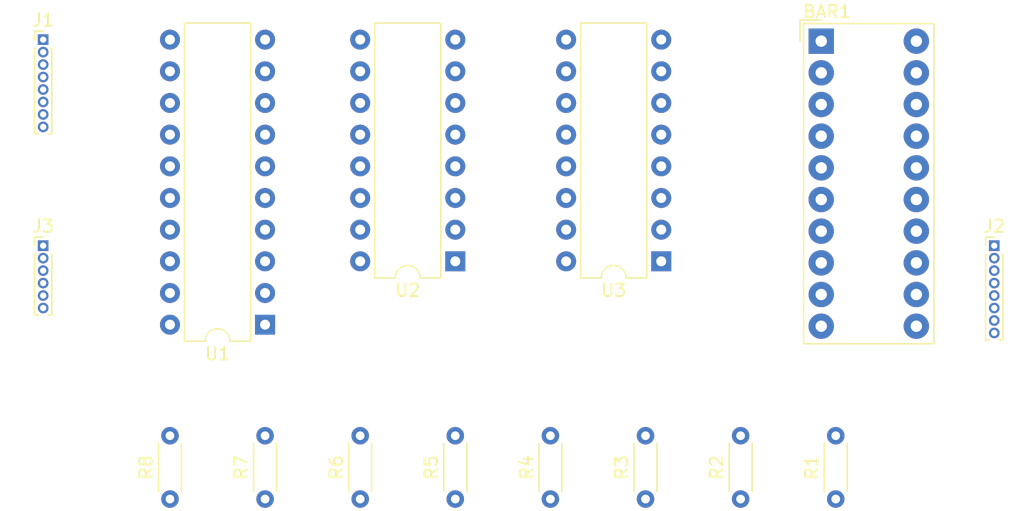
<source format=kicad_pcb>
(kicad_pcb (version 20211014) (generator pcbnew)
  (layers (0 "F.Cu" signal) (31 "B.Cu" signal) (34 "B.Paste" user) (35 "F.Paste" user) (36 "B.SilkS" user "B.Silkscreen") (37 "F.SilkS" user "F.Silkscreen") (38 "B.Mask" user) (39 "F.Mask" user) (44 "Edge.Cuts" user))
  (net 0 "")
  (net 1 "Net-(J1-Pad1)")
  (net 2 "Net-(J1-Pad2)")
  (net 3 "Net-(J1-Pad3)")
  (net 4 "Net-(J1-Pad4)")
  (net 5 "Net-(J1-Pad5)")
  (net 6 "Net-(J1-Pad6)")
  (net 7 "Net-(J1-Pad7)")
  (net 8 "Net-(J1-Pad8)")
  (net 9 "VCC")
  (net 10 "Net-(J3-Pad2)")
  (net 11 "Net-(J3-Pad3)")
  (net 12 "Net-(J3-Pad4)")
  (net 13 "Net-(J3-Pad5)")
  (net 14 "Earth")
  (net 15 "Net-(BAR1-Pad1)")
  (net 16 "Net-(BAR1-Pad2)")
  (net 17 "Net-(BAR1-Pad3)")
  (net 22 "Net-(BAR1-Pad13)")
  (net 23 "Net-(BAR1-Pad14)")
  (net 24 "Net-(BAR1-Pad15)")
  (net 25 "Net-(BAR1-Pad16)")
  (net 26 "Net-(BAR1-Pad17)")
  (net 27 "Net-(BAR1-Pad18)")
  (net 28 "Net-(BAR1-Pad19)")
  (net 29 "Net-(BAR1-Pad20)")
  (footprint "Package_DIP:DIP-16_W7.62mm" (layer "F.Cu") (at 162.54 87.625 180)
    (fp_text reference "U3" (at 3.81 -2.33 180) (layer "F.SilkS"))
    (fp_text value "74LS173")
    (fp_line (start 1.16 -1.33) (end 1.16 19.11) (layer "F.SilkS") (width 0.12))
    (fp_line (start 6.46 -1.33) (end 4.81 -1.33) (layer "F.SilkS") (width 0.12))
    (fp_line (start 6.46 19.11) (end 6.46 -1.33) (layer "F.SilkS") (width 0.12))
    (fp_line (start 1.16 19.11) (end 6.46 19.11) (layer "F.SilkS") (width 0.12))
    (fp_line (start 2.81 -1.33) (end 1.16 -1.33) (layer "F.SilkS") (width 0.12))
    (fp_arc (start 4.81 -1.33) (mid 3.81 -0.33) (end 2.81 -1.33) (layer "F.SilkS") (width 0.12))
    (pad "1" thru_hole rect (at 0 0 180) (size 1.6 1.6) (drill 0.8) (layers *.Cu *.Mask) (net 14 "Earth"))
    (pad "2" thru_hole oval (at 0 2.54 180) (size 1.6 1.6) (drill 0.8) (layers *.Cu *.Mask) (net 14 "Earth"))
    (pad "3" thru_hole oval (at 0 5.08 180) (size 1.6 1.6) (drill 0.8) (layers *.Cu *.Mask) (net 15 "Net-(BAR1-Pad1)"))
    (pad "4" thru_hole oval (at 0 7.62 180) (size 1.6 1.6) (drill 0.8) (layers *.Cu *.Mask) (net 17 "Net-(BAR1-Pad3)"))
    (pad "5" thru_hole oval (at 0 10.16 180) (size 1.6 1.6) (drill 0.8) (layers *.Cu *.Mask) (net 16 "Net-(BAR1-Pad2)"))
    (pad "6" thru_hole oval (at 0 12.7 180) (size 1.6 1.6) (drill 0.8) (layers *.Cu *.Mask) (net 15 "Net-(BAR1-Pad1)"))
    (pad "7" thru_hole oval (at 0 15.24 180) (size 1.6 1.6) (drill 0.8) (layers *.Cu *.Mask) (net 10 "Net-(J3-Pad2)"))
    (pad "8" thru_hole oval (at 0 17.78 180) (size 1.6 1.6) (drill 0.8) (layers *.Cu *.Mask) (net 14 "Earth"))
    (pad "9" thru_hole oval (at 7.62 17.78 180) (size 1.6 1.6) (drill 0.8) (layers *.Cu *.Mask) (net 11 "Net-(J3-Pad3)"))
    (pad "10" thru_hole oval (at 7.62 15.24 180) (size 1.6 1.6) (drill 0.8) (layers *.Cu *.Mask) (net 11 "Net-(J3-Pad3)"))
    (pad "11" thru_hole oval (at 7.62 12.7 180) (size 1.6 1.6) (drill 0.8) (layers *.Cu *.Mask) (net 1 "Net-(J1-Pad1)"))
    (pad "12" thru_hole oval (at 7.62 10.16 180) (size 1.6 1.6) (drill 0.8) (layers *.Cu *.Mask) (net 2 "Net-(J1-Pad2)"))
    (pad "13" thru_hole oval (at 7.62 7.62 180) (size 1.6 1.6) (drill 0.8) (layers *.Cu *.Mask) (net 3 "Net-(J1-Pad3)"))
    (pad "14" thru_hole oval (at 7.62 5.08 180) (size 1.6 1.6) (drill 0.8) (layers *.Cu *.Mask) (net 4 "Net-(J1-Pad4)"))
    (pad "15" thru_hole oval (at 7.62 2.54 180) (size 1.6 1.6) (drill 0.8) (layers *.Cu *.Mask) (net 12 "Net-(J3-Pad4)"))
    (pad "16" thru_hole oval (at 7.62 0 180) (size 1.6 1.6) (drill 0.8) (layers *.Cu *.Mask) (net 9 "VCC"))
  )
  (footprint "Connector_PinHeader_1.00mm:PinHeader_1x06_P1.00mm_Vertical" (layer "F.Cu") (at 113.02 86.37)
    (fp_text reference "J3" (at 0 -1.56) (layer "F.SilkS"))
    (fp_text value "Con")
    (fp_line (start -0.695 5.56) (end -0.394493 5.56) (layer "F.SilkS") (width 0.12))
    (fp_line (start 0.394493 5.56) (end 0.695 5.56) (layer "F.SilkS") (width 0.12))
    (fp_line (start -0.695 0.685) (end -0.695 5.56) (layer "F.SilkS") (width 0.12))
    (fp_line (start 0.695 0.685) (end 0.695 5.56) (layer "F.SilkS") (width 0.12))
    (fp_line (start -0.695 0) (end -0.695 -0.685) (layer "F.SilkS") (width 0.12))
    (fp_line (start -0.695 0.685) (end -0.608276 0.685) (layer "F.SilkS") (width 0.12))
    (fp_line (start -0.695 -0.685) (end 0 -0.685) (layer "F.SilkS") (width 0.12))
    (fp_line (start 0.608276 0.685) (end 0.695 0.685) (layer "F.SilkS") (width 0.12))
    (pad "1" thru_hole rect (at 0 0) (size 0.85 0.85) (drill 0.5) (layers *.Cu *.Mask) (net 9 "VCC"))
    (pad "2" thru_hole oval (at 0 1) (size 0.85 0.85) (drill 0.5) (layers *.Cu *.Mask) (net 10 "Net-(J3-Pad2)"))
    (pad "3" thru_hole oval (at 0 2) (size 0.85 0.85) (drill 0.5) (layers *.Cu *.Mask) (net 11 "Net-(J3-Pad3)"))
    (pad "4" thru_hole oval (at 0 3) (size 0.85 0.85) (drill 0.5) (layers *.Cu *.Mask) (net 12 "Net-(J3-Pad4)"))
    (pad "5" thru_hole oval (at 0 4) (size 0.85 0.85) (drill 0.5) (layers *.Cu *.Mask) (net 13 "Net-(J3-Pad5)"))
    (pad "6" thru_hole oval (at 0 5) (size 0.85 0.85) (drill 0.5) (layers *.Cu *.Mask) (net 14 "Earth"))
  )
  (footprint "Resistor_THT:R_Axial_DIN0204_L3.6mm_D1.6mm_P5.08mm_Horizontal" (layer "F.Cu") (at 123.18 106.69 90)
    (fp_text reference "R8" (at 2.54 -1.92 90) (layer "F.SilkS"))
    (fp_text value "220")
    (fp_line (start 0.62 -0.92) (end 4.46 -0.92) (layer "F.SilkS") (width 0.12))
    (fp_line (start 0.62 0.92) (end 4.46 0.92) (layer "F.SilkS") (width 0.12))
    (pad "1" thru_hole circle (at 0 0 90) (size 1.4 1.4) (drill 0.7) (layers *.Cu *.Mask) (net 14 "Earth"))
    (pad "2" thru_hole oval (at 5.08 0 90) (size 1.4 1.4) (drill 0.7) (layers *.Cu *.Mask) (net 29 "Net-(BAR1-Pad20)"))
  )
  (footprint "Resistor_THT:R_Axial_DIN0204_L3.6mm_D1.6mm_P5.08mm_Horizontal" (layer "F.Cu") (at 130.8 106.69 90)
    (fp_text reference "R7" (at 2.54 -1.92 90) (layer "F.SilkS"))
    (fp_text value "220")
    (fp_line (start 0.62 -0.92) (end 4.46 -0.92) (layer "F.SilkS") (width 0.12))
    (fp_line (start 0.62 0.92) (end 4.46 0.92) (layer "F.SilkS") (width 0.12))
    (pad "1" thru_hole circle (at 0 0 90) (size 1.4 1.4) (drill 0.7) (layers *.Cu *.Mask) (net 14 "Earth"))
    (pad "2" thru_hole oval (at 5.08 0 90) (size 1.4 1.4) (drill 0.7) (layers *.Cu *.Mask) (net 28 "Net-(BAR1-Pad19)"))
  )
  (footprint "Connector_PinHeader_1.00mm:PinHeader_1x08_P1.00mm_Vertical" (layer "F.Cu") (at 113.02 69.845)
    (fp_text reference "J1" (at 0 -1.56) (layer "F.SilkS"))
    (fp_text value "BUS_REG")
    (fp_line (start 0.608276 0.685) (end 0.695 0.685) (layer "F.SilkS") (width 0.12))
    (fp_line (start -0.695 0.685) (end -0.695 7.56) (layer "F.SilkS") (width 0.12))
    (fp_line (start 0.695 0.685) (end 0.695 7.56) (layer "F.SilkS") (width 0.12))
    (fp_line (start -0.695 0.685) (end -0.608276 0.685) (layer "F.SilkS") (width 0.12))
    (fp_line (start 0.394493 7.56) (end 0.695 7.56) (layer "F.SilkS") (width 0.12))
    (fp_line (start -0.695 0) (end -0.695 -0.685) (layer "F.SilkS") (width 0.12))
    (fp_line (start -0.695 -0.685) (end 0 -0.685) (layer "F.SilkS") (width 0.12))
    (fp_line (start -0.695 7.56) (end -0.394493 7.56) (layer "F.SilkS") (width 0.12))
    (pad "1" thru_hole rect (at 0 0) (size 0.85 0.85) (drill 0.5) (layers *.Cu *.Mask) (net 1 "Net-(J1-Pad1)"))
    (pad "2" thru_hole oval (at 0 1) (size 0.85 0.85) (drill 0.5) (layers *.Cu *.Mask) (net 2 "Net-(J1-Pad2)"))
    (pad "3" thru_hole oval (at 0 2) (size 0.85 0.85) (drill 0.5) (layers *.Cu *.Mask) (net 3 "Net-(J1-Pad3)"))
    (pad "4" thru_hole oval (at 0 3) (size 0.85 0.85) (drill 0.5) (layers *.Cu *.Mask) (net 4 "Net-(J1-Pad4)"))
    (pad "5" thru_hole oval (at 0 4) (size 0.85 0.85) (drill 0.5) (layers *.Cu *.Mask) (net 5 "Net-(J1-Pad5)"))
    (pad "6" thru_hole oval (at 0 5) (size 0.85 0.85) (drill 0.5) (layers *.Cu *.Mask) (net 6 "Net-(J1-Pad6)"))
    (pad "7" thru_hole oval (at 0 6) (size 0.85 0.85) (drill 0.5) (layers *.Cu *.Mask) (net 7 "Net-(J1-Pad7)"))
    (pad "8" thru_hole oval (at 0 7) (size 0.85 0.85) (drill 0.5) (layers *.Cu *.Mask) (net 8 "Net-(J1-Pad8)"))
  )
  (footprint "Package_DIP:DIP-16_W7.62mm" (layer "F.Cu") (at 146.04 87.625 180)
    (fp_text reference "U2" (at 3.81 -2.33 180) (layer "F.SilkS"))
    (fp_text value "74LS173")
    (fp_line (start 6.46 -1.33) (end 4.81 -1.33) (layer "F.SilkS") (width 0.12))
    (fp_line (start 6.46 19.11) (end 6.46 -1.33) (layer "F.SilkS") (width 0.12))
    (fp_line (start 1.16 19.11) (end 6.46 19.11) (layer "F.SilkS") (width 0.12))
    (fp_line (start 1.16 -1.33) (end 1.16 19.11) (layer "F.SilkS") (width 0.12))
    (fp_line (start 2.81 -1.33) (end 1.16 -1.33) (layer "F.SilkS") (width 0.12))
    (fp_arc (start 4.81 -1.33) (mid 3.81 -0.33) (end 2.81 -1.33) (layer "F.SilkS") (width 0.12))
    (pad "1" thru_hole rect (at 0 0 180) (size 1.6 1.6) (drill 0.8) (layers *.Cu *.Mask) (net 14 "Earth"))
    (pad "2" thru_hole oval (at 0 2.54 180) (size 1.6 1.6) (drill 0.8) (layers *.Cu *.Mask) (net 14 "Earth"))
    (pad "3" thru_hole oval (at 0 5.08 180) (size 1.6 1.6) (drill 0.8) (layers *.Cu *.Mask) (net 17 "Net-(BAR1-Pad3)"))
    (pad "4" thru_hole oval (at 0 7.62 180) (size 1.6 1.6) (drill 0.8) (layers *.Cu *.Mask) (net 16 "Net-(BAR1-Pad2)"))
    (pad "5" thru_hole oval (at 0 10.16 180) (size 1.6 1.6) (drill 0.8) (layers *.Cu *.Mask) (net 15 "Net-(BAR1-Pad1)"))
    (pad "6" thru_hole oval (at 0 12.7 180) (size 1.6 1.6) (drill 0.8) (layers *.Cu *.Mask) (net 17 "Net-(BAR1-Pad3)"))
    (pad "7" thru_hole oval (at 0 15.24 180) (size 1.6 1.6) (drill 0.8) (layers *.Cu *.Mask) (net 10 "Net-(J3-Pad2)"))
    (pad "8" thru_hole oval (at 0 17.78 180) (size 1.6 1.6) (drill 0.8) (layers *.Cu *.Mask) (net 14 "Earth"))
    (pad "9" thru_hole oval (at 7.62 17.78 180) (size 1.6 1.6) (drill 0.8) (layers *.Cu *.Mask) (net 11 "Net-(J3-Pad3)"))
    (pad "10" thru_hole oval (at 7.62 15.24 180) (size 1.6 1.6) (drill 0.8) (layers *.Cu *.Mask) (net 11 "Net-(J3-Pad3)"))
    (pad "11" thru_hole oval (at 7.62 12.7 180) (size 1.6 1.6) (drill 0.8) (layers *.Cu *.Mask) (net 5 "Net-(J1-Pad5)"))
    (pad "12" thru_hole oval (at 7.62 10.16 180) (size 1.6 1.6) (drill 0.8) (layers *.Cu *.Mask) (net 6 "Net-(J1-Pad6)"))
    (pad "13" thru_hole oval (at 7.62 7.62 180) (size 1.6 1.6) (drill 0.8) (layers *.Cu *.Mask) (net 7 "Net-(J1-Pad7)"))
    (pad "14" thru_hole oval (at 7.62 5.08 180) (size 1.6 1.6) (drill 0.8) (layers *.Cu *.Mask) (net 8 "Net-(J1-Pad8)"))
    (pad "15" thru_hole oval (at 7.62 2.54 180) (size 1.6 1.6) (drill 0.8) (layers *.Cu *.Mask) (net 12 "Net-(J3-Pad4)"))
    (pad "16" thru_hole oval (at 7.62 0 180) (size 1.6 1.6) (drill 0.8) (layers *.Cu *.Mask) (net 9 "VCC"))
  )
  (footprint "Resistor_THT:R_Axial_DIN0204_L3.6mm_D1.6mm_P5.08mm_Horizontal" (layer "F.Cu") (at 153.66 106.69 90)
    (fp_text reference "R4" (at 2.54 -1.92 90) (layer "F.SilkS"))
    (fp_text value "220")
    (fp_line (start 0.62 -0.92) (end 4.46 -0.92) (layer "F.SilkS") (width 0.12))
    (fp_line (start 0.62 0.92) (end 4.46 0.92) (layer "F.SilkS") (width 0.12))
    (pad "1" thru_hole circle (at 0 0 90) (size 1.4 1.4) (drill 0.7) (layers *.Cu *.Mask) (net 14 "Earth"))
    (pad "2" thru_hole oval (at 5.08 0 90) (size 1.4 1.4) (drill 0.7) (layers *.Cu *.Mask) (net 25 "Net-(BAR1-Pad16)"))
  )
  (footprint "Display:HDSP-4830" (layer "F.Cu") (at 175.3575 69.9675)
    (fp_text reference "BAR1" (at 0.47 -2.37) (layer "F.SilkS"))
    (fp_text value "HDSP-4830_2")
    (fp_line (start -1.41 -1.41) (end 9.03 -1.41) (layer "F.SilkS") (width 0.12))
    (fp_line (start -1.41 24.27) (end -1.41 -1.41) (layer "F.SilkS") (width 0.12))
    (fp_line (start 9.03 -1.41) (end 9.03 24.27) (layer "F.SilkS") (width 0.12))
    (fp_line (start -1.7 -1.7) (end -1.7 0) (layer "F.SilkS") (width 0.12))
    (fp_line (start 0 -1.7) (end -1.7 -1.7) (layer "F.SilkS") (width 0.12))
    (fp_line (start 9.03 24.27) (end -1.41 24.27) (layer "F.SilkS") (width 0.12))
    (pad "1" thru_hole rect (at 0 0 270) (size 2.032 2.032) (drill 0.9144) (layers *.Cu *.Mask) (net 15 "Net-(BAR1-Pad1)"))
    (pad "2" thru_hole circle (at 0 2.54 270) (size 2.032 2.032) (drill 0.9144) (layers *.Cu *.Mask) (net 16 "Net-(BAR1-Pad2)"))
    (pad "3" thru_hole circle (at 0 5.08 270) (size 2.032 2.032) (drill 0.9144) (layers *.Cu *.Mask) (net 17 "Net-(BAR1-Pad3)"))
    (pad "4" thru_hole circle (at 0 7.62 270) (size 2.032 2.032) (drill 0.9144) (layers *.Cu *.Mask) (net 15 "Net-(BAR1-Pad1)"))
    (pad "5" thru_hole circle (at 0 10.16 270) (size 2.032 2.032) (drill 0.9144) (layers *.Cu *.Mask) (net 17 "Net-(BAR1-Pad3)"))
    (pad "6" thru_hole circle (at 0 12.7 270) (size 2.032 2.032) (drill 0.9144) (layers *.Cu *.Mask) (net 15 "Net-(BAR1-Pad1)"))
    (pad "7" thru_hole circle (at 0 15.24 270) (size 2.032 2.032) (drill 0.9144) (layers *.Cu *.Mask) (net 16 "Net-(BAR1-Pad2)"))
    (pad "8" thru_hole circle (at 0 17.78 270) (size 2.032 2.032) (drill 0.9144) (layers *.Cu *.Mask) (net 17 "Net-(BAR1-Pad3)"))
    (pad "9" thru_hole circle (at 0 20.32 270) (size 2.032 2.032) (drill 0.9144) (layers *.Cu *.Mask))
    (pad "10" thru_hole circle (at 0 22.86 270) (size 2.032 2.032) (drill 0.9144) (layers *.Cu *.Mask))
    (pad "11" thru_hole circle (at 7.62 22.86 270) (size 2.032 2.032) (drill 0.9144) (layers *.Cu *.Mask))
    (pad "12" thru_hole circle (at 7.62 20.32 270) (size 2.032 2.032) (drill 0.9144) (layers *.Cu *.Mask))
    (pad "13" thru_hole circle (at 7.62 17.78 270) (size 2.032 2.032) (drill 0.9144) (layers *.Cu *.Mask) (net 22 "Net-(BAR1-Pad13)"))
    (pad "14" thru_hole circle (at 7.62 15.24 270) (size 2.032 2.032) (drill 0.9144) (layers *.Cu *.Mask) (net 23 "Net-(BAR1-Pad14)"))
    (pad "15" thru_hole circle (at 7.62 12.7 270) (size 2.032 2.032) (drill 0.9144) (layers *.Cu *.Mask) (net 24 "Net-(BAR1-Pad15)"))
    (pad "16" thru_hole circle (at 7.62 10.16 270) (size 2.032 2.032) (drill 0.9144) (layers *.Cu *.Mask) (net 25 "Net-(BAR1-Pad16)"))
    (pad "17" thru_hole circle (at 7.62 7.62 270) (size 2.032 2.032) (drill 0.9144) (layers *.Cu *.Mask) (net 26 "Net-(BAR1-Pad17)"))
    (pad "18" thru_hole circle (at 7.62 5.08 270) (size 2.032 2.032) (drill 0.9144) (layers *.Cu *.Mask) (net 27 "Net-(BAR1-Pad18)"))
    (pad "19" thru_hole circle (at 7.62 2.54 270) (size 2.032 2.032) (drill 0.9144) (layers *.Cu *.Mask) (net 28 "Net-(BAR1-Pad19)"))
    (pad "20" thru_hole circle (at 7.62 0 270) (size 2.032 2.032) (drill 0.9144) (layers *.Cu *.Mask) (net 29 "Net-(BAR1-Pad20)"))
  )
  (footprint "Resistor_THT:R_Axial_DIN0204_L3.6mm_D1.6mm_P5.08mm_Horizontal" (layer "F.Cu") (at 168.9 106.69 90)
    (fp_text reference "R2" (at 2.54 -1.92 90) (layer "F.SilkS"))
    (fp_text value "220")
    (fp_line (start 0.62 -0.92) (end 4.46 -0.92) (layer "F.SilkS") (width 0.12))
    (fp_line (start 0.62 0.92) (end 4.46 0.92) (layer "F.SilkS") (width 0.12))
    (pad "1" thru_hole circle (at 0 0 90) (size 1.4 1.4) (drill 0.7) (layers *.Cu *.Mask) (net 14 "Earth"))
    (pad "2" thru_hole oval (at 5.08 0 90) (size 1.4 1.4) (drill 0.7) (layers *.Cu *.Mask) (net 23 "Net-(BAR1-Pad14)"))
  )
  (footprint "Resistor_THT:R_Axial_DIN0204_L3.6mm_D1.6mm_P5.08mm_Horizontal" (layer "F.Cu") (at 161.28 106.69 90)
    (fp_text reference "R3" (at 2.54 -1.92 90) (layer "F.SilkS"))
    (fp_text value "220")
    (fp_line (start 0.62 0.92) (end 4.46 0.92) (layer "F.SilkS") (width 0.12))
    (fp_line (start 0.62 -0.92) (end 4.46 -0.92) (layer "F.SilkS") (width 0.12))
    (pad "1" thru_hole circle (at 0 0 90) (size 1.4 1.4) (drill 0.7) (layers *.Cu *.Mask) (net 14 "Earth"))
    (pad "2" thru_hole oval (at 5.08 0 90) (size 1.4 1.4) (drill 0.7) (layers *.Cu *.Mask) (net 24 "Net-(BAR1-Pad15)"))
  )
  (footprint "Resistor_THT:R_Axial_DIN0204_L3.6mm_D1.6mm_P5.08mm_Horizontal" (layer "F.Cu") (at 138.42 106.69 90)
    (fp_text reference "R6" (at 2.54 -1.92 90) (layer "F.SilkS"))
    (fp_text value "220")
    (fp_line (start 0.62 0.92) (end 4.46 0.92) (layer "F.SilkS") (width 0.12))
    (fp_line (start 0.62 -0.92) (end 4.46 -0.92) (layer "F.SilkS") (width 0.12))
    (pad "1" thru_hole circle (at 0 0 90) (size 1.4 1.4) (drill 0.7) (layers *.Cu *.Mask) (net 14 "Earth"))
    (pad "2" thru_hole oval (at 5.08 0 90) (size 1.4 1.4) (drill 0.7) (layers *.Cu *.Mask) (net 27 "Net-(BAR1-Pad18)"))
  )
  (footprint "Package_DIP:DIP-20_W7.62mm" (layer "F.Cu") (at 130.8 92.705 180)
    (fp_text reference "U1" (at 3.81 -2.33 180) (layer "F.SilkS"))
    (fp_text value "74LS245")
    (fp_line (start 2.81 -1.33) (end 1.16 -1.33) (layer "F.SilkS") (width 0.12))
    (fp_line (start 1.16 24.19) (end 6.46 24.19) (layer "F.SilkS") (width 0.12))
    (fp_line (start 6.46 24.19) (end 6.46 -1.33) (layer "F.SilkS") (width 0.12))
    (fp_line (start 6.46 -1.33) (end 4.81 -1.33) (layer "F.SilkS") (width 0.12))
    (fp_line (start 1.16 -1.33) (end 1.16 24.19) (layer "F.SilkS") (width 0.12))
    (fp_arc (start 4.81 -1.33) (mid 3.81 -0.33) (end 2.81 -1.33) (layer "F.SilkS") (width 0.12))
    (pad "1" thru_hole rect (at 0 0 180) (size 1.6 1.6) (drill 0.8) (layers *.Cu *.Mask) (net 9 "VCC"))
    (pad "2" thru_hole oval (at 0 2.54 180) (size 1.6 1.6) (drill 0.8) (layers *.Cu *.Mask) (net 17 "Net-(BAR1-Pad3)"))
    (pad "3" thru_hole oval (at 0 5.08 180) (size 1.6 1.6) (drill 0.8) (layers *.Cu *.Mask) (net 16 "Net-(BAR1-Pad2)"))
    (pad "4" thru_hole oval (at 0 7.62 180) (size 1.6 1.6) (drill 0.8) (layers *.Cu *.Mask) (net 15 "Net-(BAR1-Pad1)"))
    (pad "5" thru_hole oval (at 0 10.16 180) (size 1.6 1.6) (drill 0.8) (layers *.Cu *.Mask) (net 17 "Net-(BAR1-Pad3)"))
    (pad "6" thru_hole oval (at 0 12.7 180) (size 1.6 1.6) (drill 0.8) (layers *.Cu *.Mask) (net 15 "Net-(BAR1-Pad1)"))
    (pad "7" thru_hole oval (at 0 15.24 180) (size 1.6 1.6) (drill 0.8) (layers *.Cu *.Mask) (net 17 "Net-(BAR1-Pad3)"))
    (pad "8" thru_hole oval (at 0 17.78 180) (size 1.6 1.6) (drill 0.8) (layers *.Cu *.Mask) (net 16 "Net-(BAR1-Pad2)"))
    (pad "9" thru_hole oval (at 0 20.32 180) (size 1.6 1.6) (drill 0.8) (layers *.Cu *.Mask) (net 15 "Net-(BAR1-Pad1)"))
    (pad "10" thru_hole oval (at 0 22.86 180) (size 1.6 1.6) (drill 0.8) (layers *.Cu *.Mask) (net 14 "Earth"))
    (pad "11" thru_hole oval (at 7.62 22.86 180) (size 1.6 1.6) (drill 0.8) (layers *.Cu *.Mask) (net 1 "Net-(J1-Pad1)"))
    (pad "12" thru_hole oval (at 7.62 20.32 180) (size 1.6 1.6) (drill 0.8) (layers *.Cu *.Mask) (net 2 "Net-(J1-Pad2)"))
    (pad "13" thru_hole oval (at 7.62 17.78 180) (size 1.6 1.6) (drill 0.8) (layers *.Cu *.Mask) (net 3 "Net-(J1-Pad3)"))
    (pad "14" thru_hole oval (at 7.62 15.24 180) (size 1.6 1.6) (drill 0.8) (layers *.Cu *.Mask) (net 4 "Net-(J1-Pad4)"))
    (pad "15" thru_hole oval (at 7.62 12.7 180) (size 1.6 1.6) (drill 0.8) (layers *.Cu *.Mask) (net 5 "Net-(J1-Pad5)"))
    (pad "16" thru_hole oval (at 7.62 10.16 180) (size 1.6 1.6) (drill 0.8) (layers *.Cu *.Mask) (net 6 "Net-(J1-Pad6)"))
    (pad "17" thru_hole oval (at 7.62 7.62 180) (size 1.6 1.6) (drill 0.8) (layers *.Cu *.Mask) (net 7 "Net-(J1-Pad7)"))
    (pad "18" thru_hole oval (at 7.62 5.08 180) (size 1.6 1.6) (drill 0.8) (layers *.Cu *.Mask) (net 8 "Net-(J1-Pad8)"))
    (pad "19" thru_hole oval (at 7.62 2.54 180) (size 1.6 1.6) (drill 0.8) (layers *.Cu *.Mask) (net 13 "Net-(J3-Pad5)"))
    (pad "20" thru_hole oval (at 7.62 0 180) (size 1.6 1.6) (drill 0.8) (layers *.Cu *.Mask) (net 9 "VCC"))
  )
  (footprint "Resistor_THT:R_Axial_DIN0204_L3.6mm_D1.6mm_P5.08mm_Horizontal" (layer "F.Cu") (at 146.04 106.69 90)
    (fp_text reference "R5" (at 2.54 -1.92 90) (layer "F.SilkS"))
    (fp_text value "220")
    (fp_line (start 0.62 0.92) (end 4.46 0.92) (layer "F.SilkS") (width 0.12))
    (fp_line (start 0.62 -0.92) (end 4.46 -0.92) (layer "F.SilkS") (width 0.12))
    (pad "1" thru_hole circle (at 0 0 90) (size 1.4 1.4) (drill 0.7) (layers *.Cu *.Mask) (net 14 "Earth"))
    (pad "2" thru_hole oval (at 5.08 0 90) (size 1.4 1.4) (drill 0.7) (layers *.Cu *.Mask) (net 26 "Net-(BAR1-Pad17)"))
  )
  (footprint "Resistor_THT:R_Axial_DIN0204_L3.6mm_D1.6mm_P5.08mm_Horizontal" (layer "F.Cu") (at 176.52 106.69 90)
    (fp_text reference "R1" (at 2.54 -1.92 90) (layer "F.SilkS"))
    (fp_text value "220")
    (fp_line (start 0.62 0.92) (end 4.46 0.92) (layer "F.SilkS") (width 0.12))
    (fp_line (start 0.62 -0.92) (end 4.46 -0.92) (layer "F.SilkS") (width 0.12))
    (pad "1" thru_hole circle (at 0 0 90) (size 1.4 1.4) (drill 0.7) (layers *.Cu *.Mask) (net 14 "Earth"))
    (pad "2" thru_hole oval (at 5.08 0 90) (size 1.4 1.4) (drill 0.7) (layers *.Cu *.Mask) (net 22 "Net-(BAR1-Pad13)"))
  )
  (footprint "Connector_PinHeader_1.00mm:PinHeader_1x08_P1.00mm_Vertical" (layer "F.Cu") (at 189.22 86.37)
    (fp_text reference "J2" (at 0 -1.56) (layer "F.SilkS"))
    (fp_text value "REG_A")
    (fp_line (start 0.695 0.685) (end 0.695 7.56) (layer "F.SilkS") (width 0.12))
    (fp_line (start -0.695 0) (end -0.695 -0.685) (layer "F.SilkS") (width 0.12))
    (fp_line (start 0.394493 7.56) (end 0.695 7.56) (layer "F.SilkS") (width 0.12))
    (fp_line (start -0.695 0.685) (end -0.695 7.56) (layer "F.SilkS") (width 0.12))
    (fp_line (start 0.608276 0.685) (end 0.695 0.685) (layer "F.SilkS") (width 0.12))
    (fp_line (start -0.695 -0.685) (end 0 -0.685) (layer "F.SilkS") (width 0.12))
    (fp_line (start -0.695 0.685) (end -0.608276 0.685) (layer "F.SilkS") (width 0.12))
    (fp_line (start -0.695 7.56) (end -0.394493 7.56) (layer "F.SilkS") (width 0.12))
    (pad "1" thru_hole rect (at 0 0) (size 0.85 0.85) (drill 0.5) (layers *.Cu *.Mask) (net 15 "Net-(BAR1-Pad1)"))
    (pad "2" thru_hole oval (at 0 1) (size 0.85 0.85) (drill 0.5) (layers *.Cu *.Mask) (net 16 "Net-(BAR1-Pad2)"))
    (pad "3" thru_hole oval (at 0 2) (size 0.85 0.85) (drill 0.5) (layers *.Cu *.Mask) (net 17 "Net-(BAR1-Pad3)"))
    (pad "4" thru_hole oval (at 0 3) (size 0.85 0.85) (drill 0.5) (layers *.Cu *.Mask) (net 15 "Net-(BAR1-Pad1)"))
    (pad "5" thru_hole oval (at 0 4) (size 0.85 0.85) (drill 0.5) (layers *.Cu *.Mask) (net 17 "Net-(BAR1-Pad3)"))
    (pad "6" thru_hole oval (at 0 5) (size 0.85 0.85) (drill 0.5) (layers *.Cu *.Mask) (net 15 "Net-(BAR1-Pad1)"))
    (pad "7" thru_hole oval (at 0 6) (size 0.85 0.85) (drill 0.5) (layers *.Cu *.Mask) (net 16 "Net-(BAR1-Pad2)"))
    (pad "8" thru_hole oval (at 0 7) (size 0.85 0.85) (drill 0.5) (layers *.Cu *.Mask) (net 17 "Net-(BAR1-Pad3)"))
  )
)
</source>
